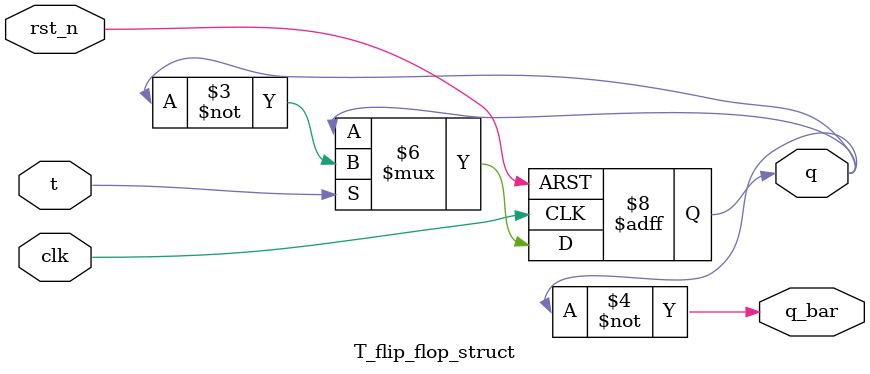
<source format=v>
module synchronous_2bit_up_counter_struct (
  input t, clk, rst_n,
  output [1:0] qout
);
  wire q0, q1, q0_bar, q1_bar, t1;

  T_flip_flop_struct tff0(.t(t), .clk(clk), .rst_n(rst_n), .q(q0), .q_bar(q0_bar));

  assign t1 = q0 & t;
  T_flip_flop_struct tff1(.t(t1), .clk(clk), .rst_n(rst_n), .q(q1), .q_bar(q1_bar));

  assign qout = {q1, q0};
endmodule


module T_flip_flop_struct(
  input t, clk, rst_n,
  output reg q,
  output q_bar
);
  initial q = 0;

  always @(posedge clk or negedge rst_n) begin
    if (!rst_n)
      q <= 0;
    else if (t)
      q <= ~q;
  end

  assign q_bar = ~q;
endmodule
</source>
